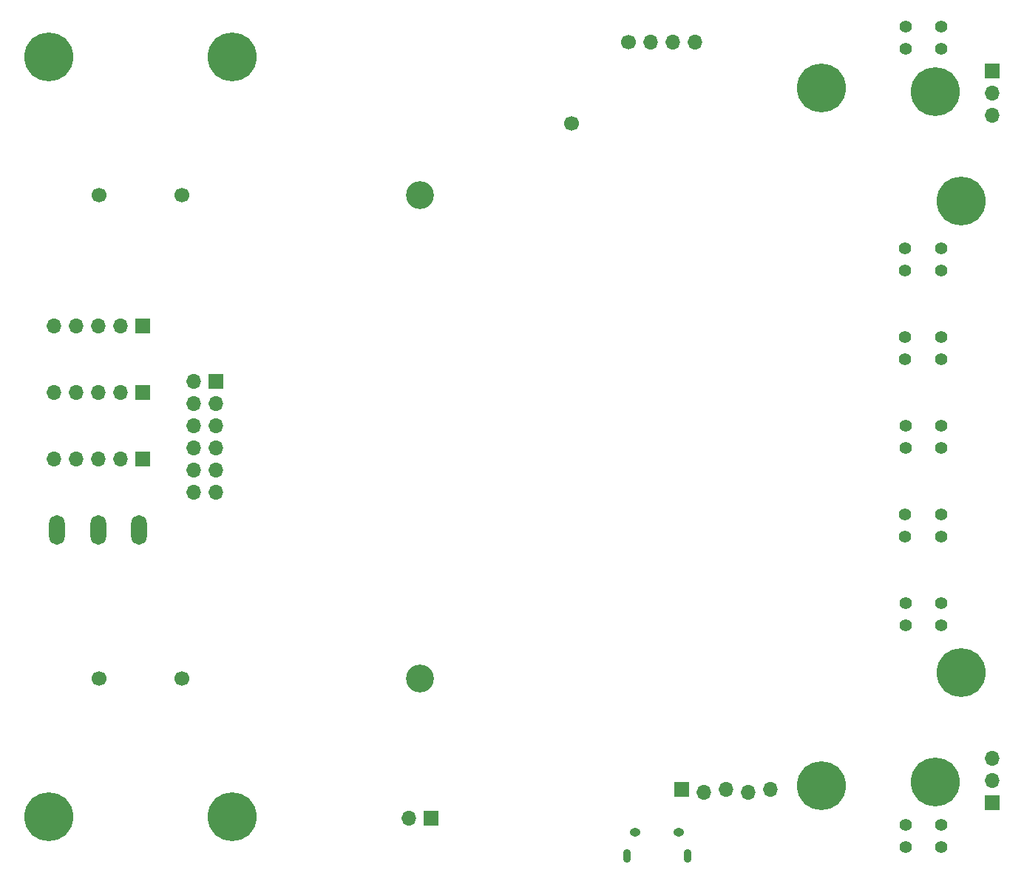
<source format=gbr>
%TF.GenerationSoftware,KiCad,Pcbnew,7.0.8*%
%TF.CreationDate,2023-10-27T12:05:37-04:00*%
%TF.ProjectId,mainboard_dual_battery,6d61696e-626f-4617-9264-5f6475616c5f,rev?*%
%TF.SameCoordinates,PX1312d00PY5f5e100*%
%TF.FileFunction,Soldermask,Bot*%
%TF.FilePolarity,Negative*%
%FSLAX46Y46*%
G04 Gerber Fmt 4.6, Leading zero omitted, Abs format (unit mm)*
G04 Created by KiCad (PCBNEW 7.0.8) date 2023-10-27 12:05:37*
%MOMM*%
%LPD*%
G01*
G04 APERTURE LIST*
%ADD10C,5.600000*%
%ADD11R,1.700000X1.700000*%
%ADD12O,1.700000X1.700000*%
%ADD13C,1.700000*%
%ADD14C,3.200000*%
%ADD15O,0.890000X1.550000*%
%ADD16O,1.250000X0.950000*%
%ADD17O,1.800000X3.400000*%
%ADD18C,1.400000*%
G04 APERTURE END LIST*
D10*
%TO.C,REF\u002A\u002A*%
X4500000Y-43500000D03*
%TD*%
D11*
%TO.C,J14*%
X48260000Y-43688000D03*
D12*
X45720000Y-43688000D03*
%TD*%
D11*
%TO.C,J2*%
X15240000Y12700000D03*
D12*
X12700000Y12700000D03*
X10160000Y12700000D03*
X7620000Y12700000D03*
X5080000Y12700000D03*
%TD*%
D13*
%TO.C,J6*%
X10250000Y27700000D03*
%TD*%
D10*
%TO.C,REF\u002A\u002A*%
X109000000Y-27000000D03*
%TD*%
D14*
%TO.C,BT1*%
X46990000Y-27700000D03*
X46990000Y27700000D03*
D13*
X64390000Y35930000D03*
%TD*%
D11*
%TO.C,J11*%
X112522000Y-41910000D03*
D12*
X112522000Y-39370000D03*
X112522000Y-36830000D03*
%TD*%
D15*
%TO.C,J3*%
X70668000Y-48036000D03*
D16*
X71668000Y-45336000D03*
X76668000Y-45336000D03*
D15*
X77668000Y-48036000D03*
%TD*%
D13*
%TO.C,J4*%
X19750000Y27700000D03*
%TD*%
D11*
%TO.C,J1*%
X76962000Y-40386000D03*
D12*
X79502000Y-40767000D03*
X82042000Y-40386000D03*
X84582000Y-40767000D03*
X87122000Y-40386000D03*
%TD*%
D11*
%TO.C,J13*%
X23622000Y6350000D03*
D12*
X21082000Y6350000D03*
X23622000Y3810000D03*
X21082000Y3810000D03*
X23622000Y1270000D03*
X21082000Y1270000D03*
X23622000Y-1270000D03*
X21082000Y-1270000D03*
X23622000Y-3810000D03*
X21082000Y-3810000D03*
X23622000Y-6350000D03*
X21082000Y-6350000D03*
%TD*%
D10*
%TO.C,REF\u002A\u002A*%
X109000000Y27000000D03*
%TD*%
%TO.C,REF\u002A\u002A*%
X93000000Y40000000D03*
%TD*%
%TO.C,REF\u002A\u002A*%
X106000000Y-39500000D03*
%TD*%
%TO.C,REF\u002A\u002A*%
X106000000Y39500000D03*
%TD*%
%TO.C,REF\u002A\u002A*%
X93000000Y-40000000D03*
%TD*%
D13*
%TO.C,J5*%
X19750000Y-27700000D03*
%TD*%
D10*
%TO.C,REF\u002A\u002A*%
X25500000Y43500000D03*
%TD*%
D11*
%TO.C,J12*%
X112522000Y41910000D03*
D12*
X112522000Y39370000D03*
X112522000Y36830000D03*
%TD*%
D11*
%TO.C,J9*%
X15240000Y5080000D03*
D12*
X12700000Y5080000D03*
X10160000Y5080000D03*
X7620000Y5080000D03*
X5080000Y5080000D03*
%TD*%
D13*
%TO.C,J8*%
X70866000Y45212000D03*
D12*
X73406000Y45212000D03*
X75946000Y45212000D03*
X78486000Y45212000D03*
%TD*%
D10*
%TO.C,REF\u002A\u002A*%
X4500000Y43500000D03*
%TD*%
D11*
%TO.C,J10*%
X15240000Y-2540000D03*
D12*
X12700000Y-2540000D03*
X10160000Y-2540000D03*
X7620000Y-2540000D03*
X5080000Y-2540000D03*
%TD*%
D17*
%TO.C,SW1*%
X5460000Y-10668000D03*
X10160000Y-10668000D03*
X14860000Y-10668000D03*
%TD*%
D10*
%TO.C,REF\u002A\u002A*%
X25500000Y-43500000D03*
%TD*%
D13*
%TO.C,J7*%
X10250000Y-27700000D03*
%TD*%
D18*
%TO.C,U3*%
X106698000Y-19070000D03*
X106698000Y-21610000D03*
X102598000Y-21610000D03*
X102598000Y-19070000D03*
%TD*%
%TO.C,U5*%
X106698000Y1250000D03*
X106698000Y-1290000D03*
X102598000Y-1290000D03*
X102598000Y1250000D03*
%TD*%
%TO.C,U2*%
X106698000Y-44470000D03*
X106698000Y-47010000D03*
X102598000Y-47010000D03*
X102598000Y-44470000D03*
%TD*%
%TO.C,U4*%
X106680000Y-8890000D03*
X106680000Y-11430000D03*
X102580000Y-11430000D03*
X102580000Y-8890000D03*
%TD*%
%TO.C,U7*%
X106680000Y21590000D03*
X106680000Y19050000D03*
X102580000Y19050000D03*
X102580000Y21590000D03*
%TD*%
%TO.C,U6*%
X106680000Y11430000D03*
X106680000Y8890000D03*
X102580000Y8890000D03*
X102580000Y11430000D03*
%TD*%
%TO.C,U8*%
X106698000Y46970000D03*
X106698000Y44430000D03*
X102598000Y44430000D03*
X102598000Y46970000D03*
%TD*%
M02*

</source>
